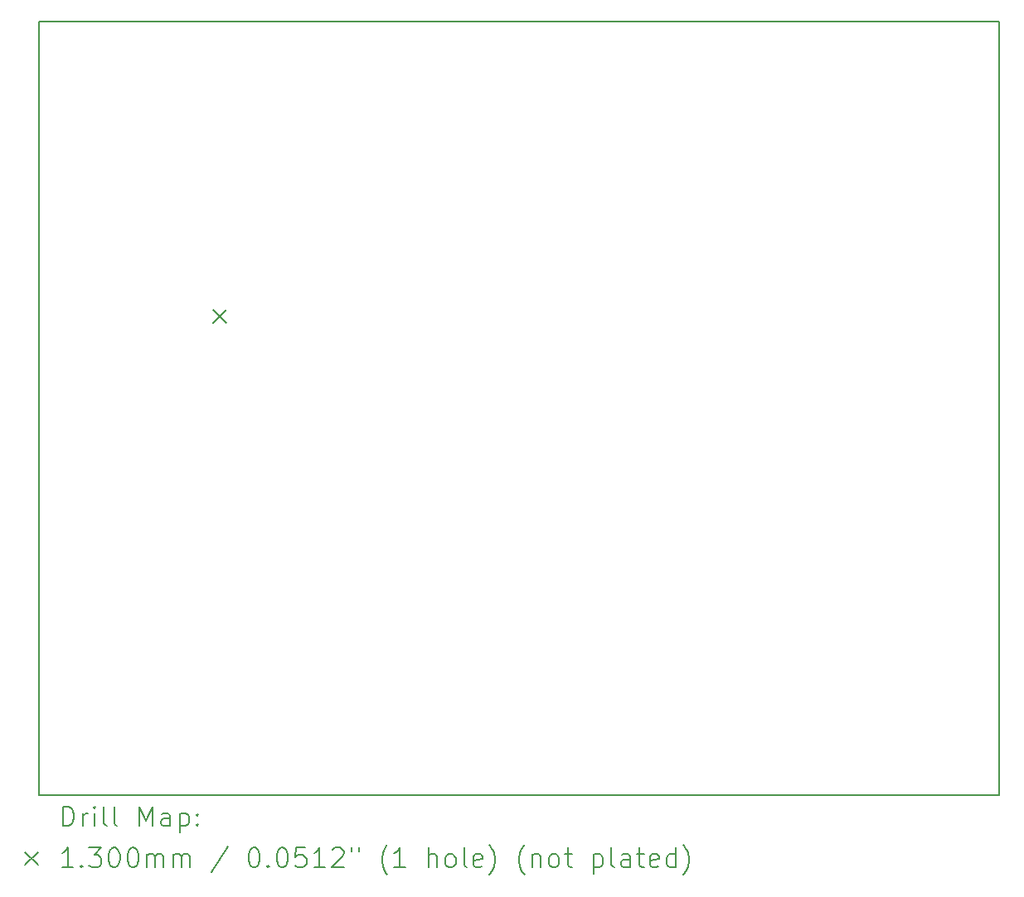
<source format=gbr>
%FSLAX45Y45*%
G04 Gerber Fmt 4.5, Leading zero omitted, Abs format (unit mm)*
G04 Created by KiCad (PCBNEW 6.0.5-a6ca702e91~116~ubuntu20.04.1) date 2022-06-23 19:21:57*
%MOMM*%
%LPD*%
G01*
G04 APERTURE LIST*
%TA.AperFunction,Profile*%
%ADD10C,0.200000*%
%TD*%
%ADD11C,0.200000*%
%ADD12C,0.130000*%
G04 APERTURE END LIST*
D10*
X10020300Y-5676900D02*
X19824700Y-5676900D01*
X19824700Y-5676900D02*
X19824700Y-13576900D01*
X19824700Y-13576900D02*
X10020300Y-13576900D01*
X10020300Y-13576900D02*
X10020300Y-5676900D01*
D11*
D12*
X11803509Y-8622450D02*
X11933509Y-8752450D01*
X11933509Y-8622450D02*
X11803509Y-8752450D01*
D11*
X10267919Y-13897376D02*
X10267919Y-13697376D01*
X10315538Y-13697376D01*
X10344110Y-13706900D01*
X10363157Y-13725948D01*
X10372681Y-13744995D01*
X10382205Y-13783090D01*
X10382205Y-13811662D01*
X10372681Y-13849757D01*
X10363157Y-13868805D01*
X10344110Y-13887852D01*
X10315538Y-13897376D01*
X10267919Y-13897376D01*
X10467919Y-13897376D02*
X10467919Y-13764043D01*
X10467919Y-13802138D02*
X10477443Y-13783090D01*
X10486967Y-13773567D01*
X10506014Y-13764043D01*
X10525062Y-13764043D01*
X10591729Y-13897376D02*
X10591729Y-13764043D01*
X10591729Y-13697376D02*
X10582205Y-13706900D01*
X10591729Y-13716424D01*
X10601252Y-13706900D01*
X10591729Y-13697376D01*
X10591729Y-13716424D01*
X10715538Y-13897376D02*
X10696490Y-13887852D01*
X10686967Y-13868805D01*
X10686967Y-13697376D01*
X10820300Y-13897376D02*
X10801252Y-13887852D01*
X10791729Y-13868805D01*
X10791729Y-13697376D01*
X11048871Y-13897376D02*
X11048871Y-13697376D01*
X11115538Y-13840233D01*
X11182205Y-13697376D01*
X11182205Y-13897376D01*
X11363157Y-13897376D02*
X11363157Y-13792614D01*
X11353633Y-13773567D01*
X11334586Y-13764043D01*
X11296490Y-13764043D01*
X11277443Y-13773567D01*
X11363157Y-13887852D02*
X11344109Y-13897376D01*
X11296490Y-13897376D01*
X11277443Y-13887852D01*
X11267919Y-13868805D01*
X11267919Y-13849757D01*
X11277443Y-13830709D01*
X11296490Y-13821186D01*
X11344109Y-13821186D01*
X11363157Y-13811662D01*
X11458395Y-13764043D02*
X11458395Y-13964043D01*
X11458395Y-13773567D02*
X11477443Y-13764043D01*
X11515538Y-13764043D01*
X11534586Y-13773567D01*
X11544109Y-13783090D01*
X11553633Y-13802138D01*
X11553633Y-13859281D01*
X11544109Y-13878328D01*
X11534586Y-13887852D01*
X11515538Y-13897376D01*
X11477443Y-13897376D01*
X11458395Y-13887852D01*
X11639348Y-13878328D02*
X11648871Y-13887852D01*
X11639348Y-13897376D01*
X11629824Y-13887852D01*
X11639348Y-13878328D01*
X11639348Y-13897376D01*
X11639348Y-13773567D02*
X11648871Y-13783090D01*
X11639348Y-13792614D01*
X11629824Y-13783090D01*
X11639348Y-13773567D01*
X11639348Y-13792614D01*
D12*
X9880300Y-14161900D02*
X10010300Y-14291900D01*
X10010300Y-14161900D02*
X9880300Y-14291900D01*
D11*
X10372681Y-14317376D02*
X10258395Y-14317376D01*
X10315538Y-14317376D02*
X10315538Y-14117376D01*
X10296490Y-14145948D01*
X10277443Y-14164995D01*
X10258395Y-14174519D01*
X10458395Y-14298328D02*
X10467919Y-14307852D01*
X10458395Y-14317376D01*
X10448871Y-14307852D01*
X10458395Y-14298328D01*
X10458395Y-14317376D01*
X10534586Y-14117376D02*
X10658395Y-14117376D01*
X10591729Y-14193567D01*
X10620300Y-14193567D01*
X10639348Y-14203090D01*
X10648871Y-14212614D01*
X10658395Y-14231662D01*
X10658395Y-14279281D01*
X10648871Y-14298328D01*
X10639348Y-14307852D01*
X10620300Y-14317376D01*
X10563157Y-14317376D01*
X10544110Y-14307852D01*
X10534586Y-14298328D01*
X10782205Y-14117376D02*
X10801252Y-14117376D01*
X10820300Y-14126900D01*
X10829824Y-14136424D01*
X10839348Y-14155471D01*
X10848871Y-14193567D01*
X10848871Y-14241186D01*
X10839348Y-14279281D01*
X10829824Y-14298328D01*
X10820300Y-14307852D01*
X10801252Y-14317376D01*
X10782205Y-14317376D01*
X10763157Y-14307852D01*
X10753633Y-14298328D01*
X10744110Y-14279281D01*
X10734586Y-14241186D01*
X10734586Y-14193567D01*
X10744110Y-14155471D01*
X10753633Y-14136424D01*
X10763157Y-14126900D01*
X10782205Y-14117376D01*
X10972681Y-14117376D02*
X10991729Y-14117376D01*
X11010776Y-14126900D01*
X11020300Y-14136424D01*
X11029824Y-14155471D01*
X11039348Y-14193567D01*
X11039348Y-14241186D01*
X11029824Y-14279281D01*
X11020300Y-14298328D01*
X11010776Y-14307852D01*
X10991729Y-14317376D01*
X10972681Y-14317376D01*
X10953633Y-14307852D01*
X10944110Y-14298328D01*
X10934586Y-14279281D01*
X10925062Y-14241186D01*
X10925062Y-14193567D01*
X10934586Y-14155471D01*
X10944110Y-14136424D01*
X10953633Y-14126900D01*
X10972681Y-14117376D01*
X11125062Y-14317376D02*
X11125062Y-14184043D01*
X11125062Y-14203090D02*
X11134586Y-14193567D01*
X11153633Y-14184043D01*
X11182205Y-14184043D01*
X11201252Y-14193567D01*
X11210776Y-14212614D01*
X11210776Y-14317376D01*
X11210776Y-14212614D02*
X11220300Y-14193567D01*
X11239348Y-14184043D01*
X11267919Y-14184043D01*
X11286967Y-14193567D01*
X11296490Y-14212614D01*
X11296490Y-14317376D01*
X11391728Y-14317376D02*
X11391728Y-14184043D01*
X11391728Y-14203090D02*
X11401252Y-14193567D01*
X11420300Y-14184043D01*
X11448871Y-14184043D01*
X11467919Y-14193567D01*
X11477443Y-14212614D01*
X11477443Y-14317376D01*
X11477443Y-14212614D02*
X11486967Y-14193567D01*
X11506014Y-14184043D01*
X11534586Y-14184043D01*
X11553633Y-14193567D01*
X11563157Y-14212614D01*
X11563157Y-14317376D01*
X11953633Y-14107852D02*
X11782205Y-14364995D01*
X12210776Y-14117376D02*
X12229824Y-14117376D01*
X12248871Y-14126900D01*
X12258395Y-14136424D01*
X12267919Y-14155471D01*
X12277443Y-14193567D01*
X12277443Y-14241186D01*
X12267919Y-14279281D01*
X12258395Y-14298328D01*
X12248871Y-14307852D01*
X12229824Y-14317376D01*
X12210776Y-14317376D01*
X12191728Y-14307852D01*
X12182205Y-14298328D01*
X12172681Y-14279281D01*
X12163157Y-14241186D01*
X12163157Y-14193567D01*
X12172681Y-14155471D01*
X12182205Y-14136424D01*
X12191728Y-14126900D01*
X12210776Y-14117376D01*
X12363157Y-14298328D02*
X12372681Y-14307852D01*
X12363157Y-14317376D01*
X12353633Y-14307852D01*
X12363157Y-14298328D01*
X12363157Y-14317376D01*
X12496490Y-14117376D02*
X12515538Y-14117376D01*
X12534586Y-14126900D01*
X12544109Y-14136424D01*
X12553633Y-14155471D01*
X12563157Y-14193567D01*
X12563157Y-14241186D01*
X12553633Y-14279281D01*
X12544109Y-14298328D01*
X12534586Y-14307852D01*
X12515538Y-14317376D01*
X12496490Y-14317376D01*
X12477443Y-14307852D01*
X12467919Y-14298328D01*
X12458395Y-14279281D01*
X12448871Y-14241186D01*
X12448871Y-14193567D01*
X12458395Y-14155471D01*
X12467919Y-14136424D01*
X12477443Y-14126900D01*
X12496490Y-14117376D01*
X12744109Y-14117376D02*
X12648871Y-14117376D01*
X12639348Y-14212614D01*
X12648871Y-14203090D01*
X12667919Y-14193567D01*
X12715538Y-14193567D01*
X12734586Y-14203090D01*
X12744109Y-14212614D01*
X12753633Y-14231662D01*
X12753633Y-14279281D01*
X12744109Y-14298328D01*
X12734586Y-14307852D01*
X12715538Y-14317376D01*
X12667919Y-14317376D01*
X12648871Y-14307852D01*
X12639348Y-14298328D01*
X12944109Y-14317376D02*
X12829824Y-14317376D01*
X12886967Y-14317376D02*
X12886967Y-14117376D01*
X12867919Y-14145948D01*
X12848871Y-14164995D01*
X12829824Y-14174519D01*
X13020300Y-14136424D02*
X13029824Y-14126900D01*
X13048871Y-14117376D01*
X13096490Y-14117376D01*
X13115538Y-14126900D01*
X13125062Y-14136424D01*
X13134586Y-14155471D01*
X13134586Y-14174519D01*
X13125062Y-14203090D01*
X13010776Y-14317376D01*
X13134586Y-14317376D01*
X13210776Y-14117376D02*
X13210776Y-14155471D01*
X13286967Y-14117376D02*
X13286967Y-14155471D01*
X13582205Y-14393567D02*
X13572681Y-14384043D01*
X13553633Y-14355471D01*
X13544109Y-14336424D01*
X13534586Y-14307852D01*
X13525062Y-14260233D01*
X13525062Y-14222138D01*
X13534586Y-14174519D01*
X13544109Y-14145948D01*
X13553633Y-14126900D01*
X13572681Y-14098328D01*
X13582205Y-14088805D01*
X13763157Y-14317376D02*
X13648871Y-14317376D01*
X13706014Y-14317376D02*
X13706014Y-14117376D01*
X13686967Y-14145948D01*
X13667919Y-14164995D01*
X13648871Y-14174519D01*
X14001252Y-14317376D02*
X14001252Y-14117376D01*
X14086967Y-14317376D02*
X14086967Y-14212614D01*
X14077443Y-14193567D01*
X14058395Y-14184043D01*
X14029824Y-14184043D01*
X14010776Y-14193567D01*
X14001252Y-14203090D01*
X14210776Y-14317376D02*
X14191728Y-14307852D01*
X14182205Y-14298328D01*
X14172681Y-14279281D01*
X14172681Y-14222138D01*
X14182205Y-14203090D01*
X14191728Y-14193567D01*
X14210776Y-14184043D01*
X14239348Y-14184043D01*
X14258395Y-14193567D01*
X14267919Y-14203090D01*
X14277443Y-14222138D01*
X14277443Y-14279281D01*
X14267919Y-14298328D01*
X14258395Y-14307852D01*
X14239348Y-14317376D01*
X14210776Y-14317376D01*
X14391728Y-14317376D02*
X14372681Y-14307852D01*
X14363157Y-14288805D01*
X14363157Y-14117376D01*
X14544109Y-14307852D02*
X14525062Y-14317376D01*
X14486967Y-14317376D01*
X14467919Y-14307852D01*
X14458395Y-14288805D01*
X14458395Y-14212614D01*
X14467919Y-14193567D01*
X14486967Y-14184043D01*
X14525062Y-14184043D01*
X14544109Y-14193567D01*
X14553633Y-14212614D01*
X14553633Y-14231662D01*
X14458395Y-14250709D01*
X14620300Y-14393567D02*
X14629824Y-14384043D01*
X14648871Y-14355471D01*
X14658395Y-14336424D01*
X14667919Y-14307852D01*
X14677443Y-14260233D01*
X14677443Y-14222138D01*
X14667919Y-14174519D01*
X14658395Y-14145948D01*
X14648871Y-14126900D01*
X14629824Y-14098328D01*
X14620300Y-14088805D01*
X14982205Y-14393567D02*
X14972681Y-14384043D01*
X14953633Y-14355471D01*
X14944109Y-14336424D01*
X14934586Y-14307852D01*
X14925062Y-14260233D01*
X14925062Y-14222138D01*
X14934586Y-14174519D01*
X14944109Y-14145948D01*
X14953633Y-14126900D01*
X14972681Y-14098328D01*
X14982205Y-14088805D01*
X15058395Y-14184043D02*
X15058395Y-14317376D01*
X15058395Y-14203090D02*
X15067919Y-14193567D01*
X15086967Y-14184043D01*
X15115538Y-14184043D01*
X15134586Y-14193567D01*
X15144109Y-14212614D01*
X15144109Y-14317376D01*
X15267919Y-14317376D02*
X15248871Y-14307852D01*
X15239348Y-14298328D01*
X15229824Y-14279281D01*
X15229824Y-14222138D01*
X15239348Y-14203090D01*
X15248871Y-14193567D01*
X15267919Y-14184043D01*
X15296490Y-14184043D01*
X15315538Y-14193567D01*
X15325062Y-14203090D01*
X15334586Y-14222138D01*
X15334586Y-14279281D01*
X15325062Y-14298328D01*
X15315538Y-14307852D01*
X15296490Y-14317376D01*
X15267919Y-14317376D01*
X15391728Y-14184043D02*
X15467919Y-14184043D01*
X15420300Y-14117376D02*
X15420300Y-14288805D01*
X15429824Y-14307852D01*
X15448871Y-14317376D01*
X15467919Y-14317376D01*
X15686967Y-14184043D02*
X15686967Y-14384043D01*
X15686967Y-14193567D02*
X15706014Y-14184043D01*
X15744109Y-14184043D01*
X15763157Y-14193567D01*
X15772681Y-14203090D01*
X15782205Y-14222138D01*
X15782205Y-14279281D01*
X15772681Y-14298328D01*
X15763157Y-14307852D01*
X15744109Y-14317376D01*
X15706014Y-14317376D01*
X15686967Y-14307852D01*
X15896490Y-14317376D02*
X15877443Y-14307852D01*
X15867919Y-14288805D01*
X15867919Y-14117376D01*
X16058395Y-14317376D02*
X16058395Y-14212614D01*
X16048871Y-14193567D01*
X16029824Y-14184043D01*
X15991728Y-14184043D01*
X15972681Y-14193567D01*
X16058395Y-14307852D02*
X16039348Y-14317376D01*
X15991728Y-14317376D01*
X15972681Y-14307852D01*
X15963157Y-14288805D01*
X15963157Y-14269757D01*
X15972681Y-14250709D01*
X15991728Y-14241186D01*
X16039348Y-14241186D01*
X16058395Y-14231662D01*
X16125062Y-14184043D02*
X16201252Y-14184043D01*
X16153633Y-14117376D02*
X16153633Y-14288805D01*
X16163157Y-14307852D01*
X16182205Y-14317376D01*
X16201252Y-14317376D01*
X16344109Y-14307852D02*
X16325062Y-14317376D01*
X16286967Y-14317376D01*
X16267919Y-14307852D01*
X16258395Y-14288805D01*
X16258395Y-14212614D01*
X16267919Y-14193567D01*
X16286967Y-14184043D01*
X16325062Y-14184043D01*
X16344109Y-14193567D01*
X16353633Y-14212614D01*
X16353633Y-14231662D01*
X16258395Y-14250709D01*
X16525062Y-14317376D02*
X16525062Y-14117376D01*
X16525062Y-14307852D02*
X16506014Y-14317376D01*
X16467919Y-14317376D01*
X16448871Y-14307852D01*
X16439348Y-14298328D01*
X16429824Y-14279281D01*
X16429824Y-14222138D01*
X16439348Y-14203090D01*
X16448871Y-14193567D01*
X16467919Y-14184043D01*
X16506014Y-14184043D01*
X16525062Y-14193567D01*
X16601252Y-14393567D02*
X16610776Y-14384043D01*
X16629824Y-14355471D01*
X16639348Y-14336424D01*
X16648871Y-14307852D01*
X16658395Y-14260233D01*
X16658395Y-14222138D01*
X16648871Y-14174519D01*
X16639348Y-14145948D01*
X16629824Y-14126900D01*
X16610776Y-14098328D01*
X16601252Y-14088805D01*
M02*

</source>
